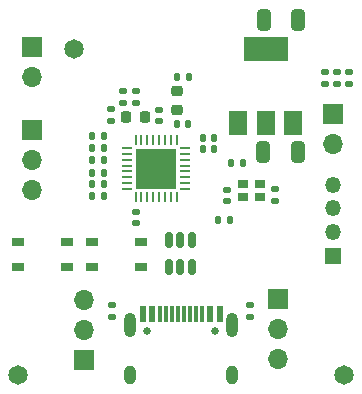
<source format=gbr>
%TF.GenerationSoftware,KiCad,Pcbnew,7.0.6-rc3*%
%TF.CreationDate,2023-07-14T23:43:47-04:00*%
%TF.ProjectId,esp,6573702e-6b69-4636-9164-5f7063625858,rev?*%
%TF.SameCoordinates,Original*%
%TF.FileFunction,Soldermask,Top*%
%TF.FilePolarity,Negative*%
%FSLAX46Y46*%
G04 Gerber Fmt 4.6, Leading zero omitted, Abs format (unit mm)*
G04 Created by KiCad (PCBNEW 7.0.6-rc3) date 2023-07-14 23:43:47*
%MOMM*%
%LPD*%
G01*
G04 APERTURE LIST*
G04 Aperture macros list*
%AMRoundRect*
0 Rectangle with rounded corners*
0 $1 Rounding radius*
0 $2 $3 $4 $5 $6 $7 $8 $9 X,Y pos of 4 corners*
0 Add a 4 corners polygon primitive as box body*
4,1,4,$2,$3,$4,$5,$6,$7,$8,$9,$2,$3,0*
0 Add four circle primitives for the rounded corners*
1,1,$1+$1,$2,$3*
1,1,$1+$1,$4,$5*
1,1,$1+$1,$6,$7*
1,1,$1+$1,$8,$9*
0 Add four rect primitives between the rounded corners*
20,1,$1+$1,$2,$3,$4,$5,0*
20,1,$1+$1,$4,$5,$6,$7,0*
20,1,$1+$1,$6,$7,$8,$9,0*
20,1,$1+$1,$8,$9,$2,$3,0*%
G04 Aperture macros list end*
%ADD10RoundRect,0.135000X0.185000X-0.135000X0.185000X0.135000X-0.185000X0.135000X-0.185000X-0.135000X0*%
%ADD11C,0.650000*%
%ADD12R,0.600000X1.450000*%
%ADD13R,0.300000X1.450000*%
%ADD14O,1.000000X2.100000*%
%ADD15O,1.000000X1.600000*%
%ADD16RoundRect,0.135000X-0.185000X0.135000X-0.185000X-0.135000X0.185000X-0.135000X0.185000X0.135000X0*%
%ADD17R,1.700000X1.700000*%
%ADD18O,1.700000X1.700000*%
%ADD19RoundRect,0.140000X0.170000X-0.140000X0.170000X0.140000X-0.170000X0.140000X-0.170000X-0.140000X0*%
%ADD20RoundRect,0.250000X0.325000X0.650000X-0.325000X0.650000X-0.325000X-0.650000X0.325000X-0.650000X0*%
%ADD21C,1.650000*%
%ADD22RoundRect,0.218750X-0.218750X-0.256250X0.218750X-0.256250X0.218750X0.256250X-0.218750X0.256250X0*%
%ADD23RoundRect,0.218750X-0.256250X0.218750X-0.256250X-0.218750X0.256250X-0.218750X0.256250X0.218750X0*%
%ADD24RoundRect,0.140000X0.140000X0.170000X-0.140000X0.170000X-0.140000X-0.170000X0.140000X-0.170000X0*%
%ADD25R,1.350000X1.350000*%
%ADD26O,1.350000X1.350000*%
%ADD27RoundRect,0.135000X-0.135000X-0.185000X0.135000X-0.185000X0.135000X0.185000X-0.135000X0.185000X0*%
%ADD28RoundRect,0.062500X-0.062500X0.375000X-0.062500X-0.375000X0.062500X-0.375000X0.062500X0.375000X0*%
%ADD29RoundRect,0.062500X-0.375000X0.062500X-0.375000X-0.062500X0.375000X-0.062500X0.375000X0.062500X0*%
%ADD30R,3.450000X3.450000*%
%ADD31R,0.900000X0.800000*%
%ADD32RoundRect,0.135000X0.135000X0.185000X-0.135000X0.185000X-0.135000X-0.185000X0.135000X-0.185000X0*%
%ADD33RoundRect,0.140000X-0.170000X0.140000X-0.170000X-0.140000X0.170000X-0.140000X0.170000X0.140000X0*%
%ADD34RoundRect,0.140000X-0.140000X-0.170000X0.140000X-0.170000X0.140000X0.170000X-0.140000X0.170000X0*%
%ADD35RoundRect,0.150000X-0.150000X0.512500X-0.150000X-0.512500X0.150000X-0.512500X0.150000X0.512500X0*%
%ADD36R,1.050000X0.650000*%
%ADD37R,1.500000X2.000000*%
%ADD38R,3.800000X2.000000*%
G04 APERTURE END LIST*
D10*
%TO.C,R303*%
X124060000Y-90190000D03*
X124060000Y-89170000D03*
%TD*%
D11*
%TO.C,P301*%
X115330000Y-91420000D03*
X121110000Y-91420000D03*
D12*
X114970000Y-89975000D03*
X115770000Y-89975000D03*
D13*
X116970000Y-89975000D03*
X117970000Y-89975000D03*
X118470000Y-89975000D03*
X119470000Y-89975000D03*
D12*
X120670000Y-89975000D03*
X121470000Y-89975000D03*
X121470000Y-89975000D03*
X120670000Y-89975000D03*
D13*
X119970000Y-89975000D03*
X118970000Y-89975000D03*
X117470000Y-89975000D03*
X116470000Y-89975000D03*
D12*
X115770000Y-89975000D03*
X114970000Y-89975000D03*
D14*
X113900000Y-90890000D03*
D15*
X113900000Y-95070000D03*
D14*
X122540000Y-90890000D03*
D15*
X122540000Y-95070000D03*
%TD*%
D16*
%TO.C,R203*%
X130420000Y-69420000D03*
X130420000Y-70440000D03*
%TD*%
D17*
%TO.C,R101*%
X131105000Y-73000000D03*
D18*
X131105000Y-75540000D03*
%TD*%
D19*
%TO.C,C213*%
X122140000Y-80370000D03*
X122140000Y-79410000D03*
%TD*%
D20*
%TO.C,C302*%
X128145000Y-65060000D03*
X125195000Y-65060000D03*
%TD*%
D19*
%TO.C,C207*%
X116347500Y-73592500D03*
X116347500Y-72632500D03*
%TD*%
D16*
%TO.C,R301*%
X132400000Y-69420000D03*
X132400000Y-70440000D03*
%TD*%
D10*
%TO.C,R304*%
X112380000Y-90190000D03*
X112380000Y-89170000D03*
%TD*%
D21*
%TO.C,REF\u002A\u002A*%
X104440000Y-95100000D03*
%TD*%
D22*
%TO.C,L202*%
X113572500Y-73292500D03*
X115147500Y-73292500D03*
%TD*%
D21*
%TO.C,REF\u002A\u002A*%
X109190000Y-67500000D03*
%TD*%
D23*
%TO.C,L201*%
X117890000Y-71095000D03*
X117890000Y-72670000D03*
%TD*%
D24*
%TO.C,C210*%
X111660000Y-76892500D03*
X110700000Y-76892500D03*
%TD*%
D10*
%TO.C,R204*%
X112260000Y-73590000D03*
X112260000Y-72570000D03*
%TD*%
D25*
%TO.C,J104*%
X131100000Y-85000000D03*
D26*
X131100000Y-83000000D03*
X131100000Y-81000000D03*
X131100000Y-79000000D03*
%TD*%
D17*
%TO.C,J105*%
X105600000Y-74360000D03*
D18*
X105600000Y-76900000D03*
X105600000Y-79440000D03*
%TD*%
D27*
%TO.C,R206*%
X110650000Y-78980000D03*
X111670000Y-78980000D03*
%TD*%
D28*
%TO.C,U201*%
X117860000Y-75192500D03*
X117360000Y-75192500D03*
X116860000Y-75192500D03*
X116360000Y-75192500D03*
X115860000Y-75192500D03*
X115360000Y-75192500D03*
X114860000Y-75192500D03*
X114360000Y-75192500D03*
D29*
X113672500Y-75880000D03*
X113672500Y-76380000D03*
X113672500Y-76880000D03*
X113672500Y-77380000D03*
X113672500Y-77880000D03*
X113672500Y-78380000D03*
X113672500Y-78880000D03*
X113672500Y-79380000D03*
D28*
X114360000Y-80067500D03*
X114860000Y-80067500D03*
X115360000Y-80067500D03*
X115860000Y-80067500D03*
X116360000Y-80067500D03*
X116860000Y-80067500D03*
X117360000Y-80067500D03*
X117860000Y-80067500D03*
D29*
X118547500Y-79380000D03*
X118547500Y-78880000D03*
X118547500Y-78380000D03*
X118547500Y-77880000D03*
X118547500Y-77380000D03*
X118547500Y-76880000D03*
X118547500Y-76380000D03*
X118547500Y-75880000D03*
D30*
X116110000Y-77630000D03*
%TD*%
D27*
%TO.C,R201*%
X121380000Y-81990000D03*
X122400000Y-81990000D03*
%TD*%
D24*
%TO.C,C211*%
X111660000Y-79950000D03*
X110700000Y-79950000D03*
%TD*%
D31*
%TO.C,Y201*%
X124860000Y-78950000D03*
X123460000Y-78950000D03*
X123460000Y-80050000D03*
X124860000Y-80050000D03*
%TD*%
D32*
%TO.C,R205*%
X111670000Y-77980000D03*
X110650000Y-77980000D03*
%TD*%
D27*
%TO.C,R202*%
X110650000Y-75880000D03*
X111670000Y-75880000D03*
%TD*%
D33*
%TO.C,C212*%
X126160000Y-79390000D03*
X126160000Y-80350000D03*
%TD*%
D34*
%TO.C,C202*%
X117860000Y-73860000D03*
X118820000Y-73860000D03*
%TD*%
D20*
%TO.C,C301*%
X128135000Y-76270000D03*
X125185000Y-76270000D03*
%TD*%
D35*
%TO.C,U302*%
X119110000Y-83670000D03*
X118160000Y-83670000D03*
X117210000Y-83670000D03*
X117210000Y-85945000D03*
X118160000Y-85945000D03*
X119110000Y-85945000D03*
%TD*%
D24*
%TO.C,C208*%
X111660000Y-74880000D03*
X110700000Y-74880000D03*
%TD*%
D33*
%TO.C,C209*%
X114360000Y-81312500D03*
X114360000Y-82272500D03*
%TD*%
D34*
%TO.C,C201*%
X117890000Y-69890000D03*
X118850000Y-69890000D03*
%TD*%
D21*
%TO.C,REF\u002A\u002A*%
X131990000Y-95100000D03*
%TD*%
D10*
%TO.C,R302*%
X131410000Y-70440000D03*
X131410000Y-69420000D03*
%TD*%
D36*
%TO.C,SW201*%
X104370000Y-83830000D03*
X108520000Y-83830000D03*
X104370000Y-85980000D03*
X108520000Y-85980000D03*
%TD*%
D34*
%TO.C,C204*%
X120080000Y-75992500D03*
X121040000Y-75992500D03*
%TD*%
D36*
%TO.C,SW202*%
X110655000Y-83830000D03*
X114805000Y-83830000D03*
X110655000Y-85980000D03*
X114805000Y-85980000D03*
%TD*%
D19*
%TO.C,C205*%
X113340000Y-72059999D03*
X113340000Y-71099999D03*
%TD*%
D34*
%TO.C,C203*%
X120080000Y-75022500D03*
X121040000Y-75022500D03*
%TD*%
D17*
%TO.C,J102*%
X126395000Y-88675000D03*
D18*
X126395000Y-91215000D03*
X126395000Y-93755000D03*
%TD*%
D17*
%TO.C,J101*%
X109990000Y-93810000D03*
D18*
X109990000Y-91270000D03*
X109990000Y-88730000D03*
%TD*%
D37*
%TO.C,U301*%
X123070000Y-73810000D03*
X125370000Y-73810000D03*
D38*
X125370000Y-67510000D03*
D37*
X127670000Y-73810000D03*
%TD*%
D17*
%TO.C,J103*%
X105600000Y-67360000D03*
D18*
X105600000Y-69900000D03*
%TD*%
D19*
%TO.C,C206*%
X114360000Y-72060000D03*
X114360000Y-71100000D03*
%TD*%
D27*
%TO.C,R207*%
X122420000Y-77190000D03*
X123440000Y-77190000D03*
%TD*%
M02*

</source>
